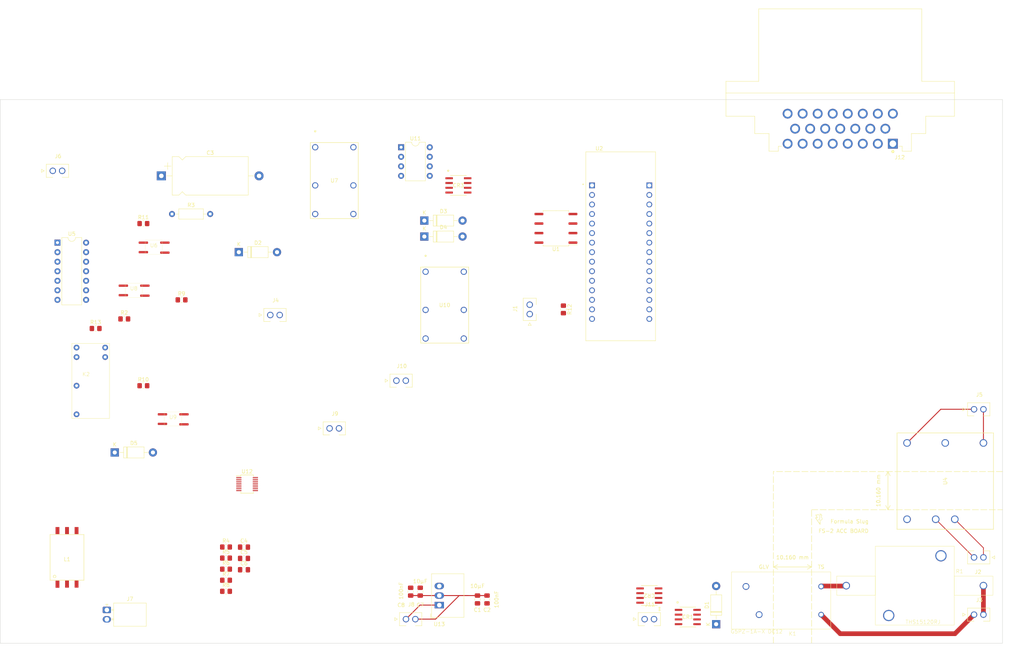
<source format=kicad_pcb>
(kicad_pcb (version 20221018) (generator pcbnew)
  (layers (0 "F.Cu" signal) (31 "B.Cu" signal) (34 "B.Paste" user) (35 "F.Paste" user) (36 "B.SilkS" user "B.Silkscreen") (37 "F.SilkS" user "F.Silkscreen") (38 "B.Mask" user) (39 "F.Mask" user) (44 "Edge.Cuts" user))
  (net 0 "")
  (net 1 "+12V")
  (net 2 "GND")
  (net 3 "+5V")
  (net 4 "Net-(U11-THR)")
  (net 5 "+3.3V")
  (net 6 "/Iso SPI/isoSPI_-")
  (net 7 "Net-(C5-Pad2)")
  (net 8 "Net-(C6-Pad1)")
  (net 11 "/Precharge_Relay")
  (net 12 "Net-(D1-K)")
  (net 18 "/SH_+AIR_IN")
  (net 19 "/Precharge_Control")
  (net 20 "/SH_+AIR_OUT")
  (net 26 "Net-(D3-A)")
  (net 27 "555Out")
  (net 31 "Net-(D2-K)")
  (net 32 "Net-(D3-K)")
  (net 33 "/SH_RESET")
  (net 34 "Net-(D5-K)")
  (net 35 "Net-(U1-CANH)")
  (net 36 "Net-(U1-CANL)")
  (net 37 "/TS+")
  (net 38 "/TS-")
  (net 39 "Net-(J3-Pad1)")
  (net 40 "Net-(J3-Pad2)")
  (net 41 "Net-(U2A-PA3)")
  (net 42 "Net-(U2A-PA1)")
  (net 43 "Net-(J5-Pad1)")
  (net 44 "Net-(J5-Pad2)")
  (net 45 "Net-(J6-Pad1)")
  (net 46 "/BSPD_FAULT")
  (net 47 "/Iso SPI/extIsoSPI_N")
  (net 48 "/Iso SPI/extIsoSPI_P")
  (net 49 "/SH_OUT")
  (net 50 "/SH_IN")
  (net 52 "Net-(K1-Pad1)")
  (net 53 "Net-(K2-Pad3)")
  (net 54 "Net-(K2-Pad4)")
  (net 55 "Net-(L1-Pad1)")
  (net 57 "Net-(L1-Pad3)")
  (net 58 "/Iso SPI/isoSPI_+")
  (net 59 "Net-(U8-K)")
  (net 60 "/Iso SPI/ICMP")
  (net 61 "/Iso SPI/IBIAS")
  (net 62 "Net-(U9-K)")
  (net 63 "Net-(U6-K)")
  (net 64 "/IMD_STATUS")
  (net 65 "/IMD_FAULT")
  (net 66 "Net-(U1-RXD)")
  (net 67 "Net-(U1-TXD)")
  (net 71 "/BMS_FAULT")
  (net 75 "/Iso SPI/STM_MOSI")
  (net 76 "/Iso SPI/STM_MISO")
  (net 83 "/Iso SPI/STM_NSS")
  (net 86 "/Iso SPI/STM_SCK")
  (net 89 "Net-(U8-A)")
  (footprint "Diode_THT:D_DO-41_SOD81_P10.16mm_Horizontal" (layer "F.Cu") (at 203.2 152.4 90)
    (fp_text reference "D1" (at 5.08 -2.47 90) (layer "F.SilkS"))
    (fp_text value "1N4001")
    (fp_text user "K" (at 0 -2.1 90) (layer "F.SilkS"))
    (pad "1" thru_hole rect (at 0 0 90) (size 2.2 2.2) (drill 1.1) (layers "*.Cu" "*.Mask") (net 12 "Net-(D1-K)"))
    (pad "2" thru_hole oval (at 10.16 0 90) (size 2.2 2.2) (drill 1.1) (layers "*.Cu" "*.Mask") (net 2 "GND"))
  )
  (footprint "Resistor_SMD:R_0805_2012Metric_Pad1.20x1.40mm_HandSolder" (layer "F.Cu") (at 72.7925 137.75)
    (fp_text reference "R6" (at 0 -1.65) (layer "F.SilkS"))
    (fp_text value "402")
    (pad "1" smd roundrect (at -1 0) (size 1.2 1.4) (layers "F.Cu" "F.Paste" "F.Mask") (roundrect_rratio 0.208333) (net 58 "/Iso SPI/isoSPI_+"))
    (pad "2" smd roundrect (at 1 0) (size 1.2 1.4) (layers "F.Cu" "F.Paste" "F.Mask") (roundrect_rratio 0.208333) (net 7 "Net-(C5-Pad2)"))
  )
  (footprint "1FS_2_Global_Footprint_Library:MODULE_NUCLEO-L432KC" (layer "F.Cu") (at 177.8 51.775)
    (fp_text reference "U2" (at -5.715 -26.035) (layer "F.SilkS"))
    (fp_text value "NUCLEO-L432KC")
    (pad "CN3_1" thru_hole rect (at -7.62 -16.215) (size 1.53 1.53) (drill 1.02) (layers "*.Cu" "*.Mask"))
    (pad "CN3_2" thru_hole circle (at -7.62 -13.675) (size 1.53 1.53) (drill 1.02) (layers "*.Cu" "*.Mask"))
    (pad "CN3_3" thru_hole circle (at -7.62 -11.135) (size 1.53 1.53) (drill 1.02) (layers "*.Cu" "*.Mask"))
    (pad "CN3_4" thru_hole circle (at -7.62 -8.595) (size 1.53 1.53) (drill 1.02) (layers "*.Cu" "*.Mask") (net 2 "GND"))
    (pad "CN3_5" thru_hole circle (at -7.62 -6.055) (size 1.53 1.53) (drill 1.02) (layers "*.Cu" "*.Mask") (net 67 "Net-(U1-TXD)"))
    (pad "CN3_6" thru_hole circle (at -7.62 -3.515) (size 1.53 1.53) (drill 1.02) (layers "*.Cu" "*.Mask") (net 64 "/IMD_STATUS"))
    (pad "CN3_7" thru_hole circle (at -7.62 -0.975) (size 1.53 1.53) (drill 1.02) (layers "*.Cu" "*.Mask") (net 71 "/BMS_FAULT"))
    (pad "CN3_8" thru_hole circle (at -7.62 1.565) (size 1.53 1.53) (drill 1.02) (layers "*.Cu" "*.Mask") (net 11 "/Precharge_Relay"))
    (pad "CN3_9" thru_hole circle (at -7.62 4.105) (size 1.53 1.53) (drill 1.02) (layers "*.Cu" "*.Mask") (net 19 "/Precharge_Control"))
    (pad "CN3_10" thru_hole circle (at -7.62 6.645) (size 1.53 1.53) (drill 1.02) (layers "*.Cu" "*.Mask"))
    (pad "CN3_11" thru_hole circle (at -7.62 9.185) (size 1.53 1.53) (drill 1.02) (layers "*.Cu" "*.Mask"))
    (pad "CN3_12" thru_hole circle (at -7.62 11.725) (size 1.53 1.53) (drill 1.02) (layers "*.Cu" "*.Mask"))
    (pad "CN3_13" thru_hole circle (at -7.62 14.265) (size 1.53 1.53) (drill 1.02) (layers "*.Cu" "*.Mask") (net 66 "Net-(U1-RXD)"))
    (pad "CN3_14" thru_hole circle (at -7.62 16.805) (size 1.53 1.53) (drill 1.02) (layers "*.Cu" "*.Mask") (net 75 "/Iso SPI/STM_MOSI"))
    (pad "CN3_15" thru_hole circle (at -7.62 19.345) (size 1.53 1.53) (drill 1.02) (layers "*.Cu" "*.Mask") (net 76 "/Iso SPI/STM_MISO"))
    (pad "CN4_1" thru_hole rect (at 7.62 -16.215) (size 1.53 1.53) (drill 1.02) (layers "*.Cu" "*.Mask"))
    (pad "CN4_2" thru_hole circle (at 7.62 -13.675) (size 1.53 1.53) (drill 1.02) (layers "*.Cu" "*.Mask") (net 2 "GND"))
    (pad "CN4_3" thru_hole circle (at 7.62 -11.135) (size 1.53 1.53) (drill 1.02) (layers "*.Cu" "*.Mask"))
    (pad "CN4_4" thru_hole circle (at 7.62 -8.595) (size 1.53 1.53) (drill 1.02) (layers "*.Cu" "*.Mask") (net 3 "+5V"))
    (pad "CN4_5" thru_hole circle (at 7.62 -6.055) (size 1.53 1.53) (drill 1.02) (layers "*.Cu" "*.Mask"))
    (pad "CN4_6" thru_hole circle (at 7.62 -3.515) (size 1.53 1.53) (drill 1.02) (layers "*.Cu" "*.Mask"))
    (pad "CN4_7" thru_hole circle (at 7.62 -0.975) (size 1.53 1.53) (drill 1.02) (layers "*.Cu" "*.Mask"))
    (pad "CN4_8" thru_hole circle (at 7.62 1.565) (size 1.53 1.53) (drill 1.02) (layers "*.Cu" "*.Mask"))
    (pad "CN4_9" thru_hole circle (at 7.62 4.105) (size 1.53 1.53) (drill 1.02) (layers "*.Cu" "*.Mask") (net 83 "/Iso SPI/STM_NSS"))
    (pad "CN4_10" thru_hole circle (at 7.62 6.645) (size 1.53 1.53) (drill 1.02) (layers "*.Cu" "*.Mask") (net 41 "Net-(U2A-PA3)"))
    (pad "CN4_11" thru_hole circle (at 7.62 9.185) (size 1.53 1.53) (drill 1.02) (layers "*.Cu" "*.Mask") (net 42 "Net-(U2A-PA1)"))
    (pad "CN4_12" thru_hole circle (at 7.62 11.725) (size 1.53 1.53) (drill 1.02) (layers "*.Cu" "*.Mask"))
    (pad "CN4_13" thru_hole circle (at 7.62 14.265) (size 1.53 1.53) (drill 1.02) (layers "*.Cu" "*.Mask"))
    (pad "CN4_14" thru_hole circle (at 7.62 16.805) (size 1.53 1.53) (drill 1.02) (layers "*.Cu" "*.Mask") (net 5 "+3.3V"))
    (pad "CN4_15" thru_hole circle (at 7.62 19.345) (size 1.53 1.53) (drill 1.02) (layers "*.Cu" "*.Mask") (net 86 "/Iso SPI/STM_SCK"))
  )
  (footprint "Resistor_SMD:R_0805_2012Metric_Pad1.20x1.40mm_HandSolder" (layer "F.Cu") (at 72.7925 131.85)
    (fp_text reference "R4" (at 0 -1.65) (layer "F.SilkS"))
    (fp_text value "1.5k")
    (pad "1" smd roundrect (at -1 0) (size 1.2 1.4) (layers "F.Cu" "F.Paste" "F.Mask") (roundrect_rratio 0.208333) (net 60 "/Iso SPI/ICMP"))
    (pad "2" smd roundrect (at 1 0) (size 1.2 1.4) (layers "F.Cu" "F.Paste" "F.Mask") (roundrect_rratio 0.208333) (net 61 "/Iso SPI/IBIAS"))
  )
  (footprint "1FS_2_Global_Footprint_Library:OptoCoupler 6-SOP" (layer "F.Cu") (at 58.663 97.76)
    (fp_text reference "U9" (at 0 -0.5 unlocked) (layer "F.SilkS") (effects (font (thickness 0.1))))
    (fp_text value "NSL-32")
    (pad "1" smd roundrect (at -2.783 -1.24) (size 2.5 0.6) (layers "F.Cu" "F.Paste" "F.Mask") (net 65 "/IMD_FAULT"))
    (pad "2" smd roundrect (at -2.783 1.3) (size 2.5 0.6) (layers "F.Cu" "F.Paste" "F.Mask") (net 62 "Net-(U9-K)"))
    (pad "3" smd roundrect (at 2.932 1.427) (size 2.5 0.6) (layers "F.Cu" "F.Paste" "F.Mask") (net 34 "Net-(D5-K)"))
    (pad "4" smd roundrect (at 2.932 -1.24) (size 2.5 0.6) (layers "F.Cu" "F.Paste" "F.Mask") (net 1 "+12V"))
  )
  (footprint "1FS_2_Global_Footprint_Library:FORMULA SLUG" (layer "F.Cu") (at 233.68 124.46)
    (fp_text reference "G***" hide)
    (fp_text value "LOGO" hide)
  )
  (footprint "1FS_2_Global_Footprint_Library:MOLEX_1053091202" (layer "F.Cu") (at 118.13 87.56)
    (fp_text reference "J10" (at 1.425 -3.885) (layer "F.SilkS"))
    (fp_text value "1053091202")
    (pad "" np_thru_hole circle (at 1.25 1.34) (size 1.3 1.3) (drill 1.3) (layers "*.Cu" "*.Mask"))
    (pad "1" thru_hole circle (at 0 0) (size 1.7 1.7) (drill 1.2) (layers "*.Cu"))
    (pad "2" thru_hole circle (at 2.5 0) (size 1.7 1.7) (drill 1.2) (layers "*.Cu") (net 33 "/SH_RESET"))
  )
  (footprint "Resistor_SMD:R_0805_2012Metric_Pad1.20x1.40mm_HandSolder" (layer "F.Cu") (at 60.96 66.04)
    (fp_text reference "R9" (at 0 -1.65) (layer "F.SilkS"))
    (fp_text value "480")
    (pad "1" smd roundrect (at -1 0) (size 1.2 1.4) (layers "F.Cu" "F.Paste" "F.Mask") (roundrect_rratio 0.208333) (net 2 "GND"))
    (pad "2" smd roundrect (at 1 0) (size 1.2 1.4) (layers "F.Cu" "F.Paste" "F.Mask") (roundrect_rratio 0.208333) (net 62 "Net-(U9-K)"))
  )
  (footprint "1FS_2_Global_Footprint_Library:MOLEX_1053091202" (layer "F.Cu") (at 184.17 151.06)
    (fp_text reference "J11" (at 1.425 -3.885) (layer "F.SilkS"))
    (fp_text value "1053091202")
    (pad "" np_thru_hole circle (at 1.25 1.34) (size 1.3 1.3) (drill 1.3) (layers "*.Cu" "*.Mask"))
    (pad "1" thru_hole circle (at 0 0) (size 1.7 1.7) (drill 1.2) (layers "*.Cu") (net 20 "/SH_+AIR_OUT"))
    (pad "2" thru_hole circle (at 2.5 0) (size 1.7 1.7) (drill 1.2) (layers "*.Cu") (net 18 "/SH_+AIR_IN"))
  )
  (footprint "Capacitor_SMD:C_0805_2012Metric_Pad1.18x1.45mm_HandSolder" (layer "F.Cu") (at 77.5725 131.88)
    (fp_text reference "C4" (at 0 -1.68) (layer "F.SilkS"))
    (fp_text value "10nF")
    (pad "1" smd roundrect (at -1.0375 0) (size 1.175 1.45) (layers "F.Cu" "F.Paste" "F.Mask") (roundrect_rratio 0.212766) (net 5 "+3.3V"))
    (pad "2" smd roundrect (at 1.0375 0) (size 1.175 1.45) (layers "F.Cu" "F.Paste" "F.Mask") (roundrect_rratio 0.212766) (net 2 "GND"))
  )
  (footprint "1FS_2_Global_Footprint_Library:MOLEX_1053091202" (layer "F.Cu") (at 271.82 149.86)
    (fp_text reference "J3" (at 1.425 -3.885) (layer "F.SilkS"))
    (fp_text value "1053091202")
    (pad "" np_thru_hole circle (at 1.25 1.34) (size 1.3 1.3) (drill 1.3) (layers "*.Cu" "*.Mask"))
    (pad "1" thru_hole circle (at 0 0) (size 1.7 1.7) (drill 1.2) (layers "*.Cu") (net 39 "Net-(J3-Pad1)"))
    (pad "2" thru_hole circle (at 2.5 0) (size 1.7 1.7) (drill 1.2) (layers "*.Cu") (net 40 "Net-(J3-Pad2)"))
  )
  (footprint "Diode_THT:D_DO-41_SOD81_P10.16mm_Horizontal" (layer "F.Cu") (at 76.2 53.34)
    (fp_text reference "D2" (at 5.08 -2.47) (layer "F.SilkS"))
    (fp_text value "D")
    (fp_text user "K" (at 0 -2.1) (layer "F.SilkS"))
    (pad "1" thru_hole rect (at 0 0) (size 2.2 2.2) (drill 1.1) (layers "*.Cu" "*.Mask") (net 31 "Net-(D2-K)"))
    (pad "2" thru_hole oval (at 10.16 0) (size 2.2 2.2) (drill 1.1) (layers "*.Cu" "*.Mask") (net 2 "GND"))
  )
  (footprint "1FS_2_Global_Footprint_Library:MOLEX_1053091202" (layer "F.Cu") (at 26.69 31.68)
    (fp_text reference "J6" (at 1.425 -3.885) (layer "F.SilkS"))
    (fp_text value "1053091202")
    (pad "" np_thru_hole circle (at 1.25 1.34) (size 1.3 1.3) (drill 1.3) (layers "*.Cu" "*.Mask"))
    (pad "1" thru_hole circle (at 0 0) (size 1.7 1.7) (drill 1.2) (layers "*.Cu") (net 45 "Net-(J6-Pad1)"))
    (pad "2" thru_hole circle (at 2.5 0) (size 1.7 1.7) (drill 1.2) (layers "*.Cu") (net 46 "/BSPD_FAULT"))
  )
  (footprint "1FS_2_Global_Footprint_Library:MOLEX_1053091202" (layer "F.Cu") (at 100.35 100.26)
    (fp_text reference "J9" (at 1.425 -3.885) (layer "F.SilkS"))
    (fp_text value "1053091202")
    (pad "" np_thru_hole circle (at 1.25 1.34) (size 1.3 1.3) (drill 1.3) (layers "*.Cu" "*.Mask"))
    (pad "1" thru_hole circle (at 0 0) (size 1.7 1.7) (drill 1.2) (layers "*.Cu") (net 49 "/SH_OUT"))
    (pad "2" thru_hole circle (at 2.5 0) (size 1.7 1.7) (drill 1.2) (layers "*.Cu") (net 50 "/SH_IN"))
  )
  (footprint "1FS_2_Global_Footprint_Library:MOLEX_1053091202" (layer "F.Cu") (at 271.82 95.18)
    (fp_text reference "J5" (at 1.425 -3.885) (layer "F.SilkS"))
    (fp_text value "1053091202")
    (pad "" np_thru_hole circle (at 1.25 1.34) (size 1.3 1.3) (drill 1.3) (layers "*.Cu" "*.Mask"))
    (pad "1" thru_hole circle (at 0 0) (size 1.7 1.7) (drill 1.2) (layers "*.Cu") (net 43 "Net-(J5-Pad1)"))
    (pad "2" thru_hole circle (at 2.5 0) (size 1.7 1.7) (drill 1.2) (layers "*.Cu") (net 44 "Net-(J5-Pad2)"))
  )
  (footprint "1FS_2_Global_Footprint_Library:SO-8_STM" (layer "F.Cu") (at 185.42 144.78 180)
    (fp_text reference "CR2" (at 0 0 180 unlocked) (layer "F.SilkS"))
    (fp_text value "STS6NF20V")
    (fp_text user "*" (at -2.7178 -3.5814 180 unlocked) (layer "F.SilkS"))
    (fp_text user "*" (at -2.7178 -3.5814) (layer "F.SilkS"))
    (pad "1" smd rect (at -2.4638 -1.905 180) (size 1.9812 0.5334) (layers "F.Cu" "F.Paste" "F.Mask"))
    (pad "2" smd rect (at -2.4638 -0.635 180) (size 1.9812 0.5334) (layers "F.Cu" "F.Paste" "F.Mask"))
    (pad "3" smd rect (at -2.4638 0.635 180) (size 1.9812 0.5334) (layers "F.Cu" "F.Paste" "F.Mask") (net 18 "/SH_+AIR_IN"))
    (pad "4" smd rect (at -2.4638 1.905 180) (size 1.9812 0.5334) (layers "F.Cu" "F.Paste" "F.Mask") (net 19 "/Precharge_Control"))
    (pad "5" smd rect (at 2.4638 1.905 180) (size 1.9812 0.5334) (layers "F.Cu" "F.Paste" "F.Mask") (net 20 "/SH_+AIR_OUT"))
    (pad "6" smd rect (at 2.4638 0.635 180) (size 1.9812 0.5334) (layers "F.Cu" "F.Paste" "F.Mask"))
    (pad "7" smd rect (at 2.4638 -0.635 180) (size 1.9812 0.5334) (layers "F.Cu" "F.Paste" "F.Mask"))
    (pad "8" smd rect (at 2.4638 -1.905 180) (size 1.9812 0.5334) (layers "F.Cu" "F.Paste" "F.Mask"))
  )
  (footprint "1FS_2_Global_Footprint_Library:SO-8_STM" (layer "F.Cu") (at 195.6562 150.495)
    (fp_text reference "CR1" (at 0 0 unlocked) (layer "F.SilkS"))
    (fp_text value "STS6NF20V")
    (fp_text user "*" (at -2.7178 -3.5814 unlocked) (layer "F.SilkS"))
    (fp_text user "*" (at -2.7178 -3.5814) (layer "F.SilkS"))
    (pad "1" smd rect (at -2.4638 -1.905) (size 1.9812 0.5334) (layers "F.Cu" "F.Paste" "F.Mask"))
    (pad "2" smd rect (at -2.4638 -0.635) (size 1.9812 0.5334) (layers "F.Cu" "F.Paste" "F.Mask"))
    (pad "3" smd rect (at -2.4638 0.635) (size 1.9812 0.5334) (layers "F.Cu" "F.Paste" "F.Mask") (net 1 "+12V"))
    (pad "4" smd rect (at -2.4638 1.905) (size 1.9812 0.5334) (layers "F.Cu" "F.Paste" "F.Mask") (net 11 "/Precharge_Relay"))
    (pad "5" smd rect (at 2.4638 1.905) (size 1.9812 0.5334) (layers "F.Cu" "F.Paste" "F.Mask") (net 12 "Net-(D1-K)"))
    (pad "6" smd rect (at 2.4638 0.635) (size 1.9812 0.5334) (layers "F.Cu" "F.Paste" "F.Mask"))
    (pad "7" smd rect (at 2.4638 -0.635) (size 1.9812 0.5334) (layers "F.Cu" "F.Paste" "F.Mask"))
    (pad "8" smd rect (at 2.4638 -1.905) (size 1.9812 0.5334) (layers "F.Cu" "F.Paste" "F.Mask"))
  )
  (footprint "1FS_2_Global_Footprint_Library:MOLEX_1053091202" (layer "F.Cu") (at 120.67 151.06)
    (fp_text reference "J8" (at 1.425 -3.885) (layer "F.SilkS"))
    (fp_text value "1053091202")
    (pad "" np_thru_hole circle (at 1.25 1.34) (size 1.3 1.3) (drill 1.3) (layers "*.Cu" "*.Mask"))
    (pad "1" thru_hole circle (at 0 0) (size 1.7 1.7) (drill 1.2) (layers "*.Cu") (net 1 "+12V"))
    (pad "2" thru_hole circle (at 2.5 0) (size 1.7 1.7) (drill 1.2) (layers "*.Cu") (net 2 "GND"))
  )
  (footprint "Capacitor_SMD:C_0805_2012Metric_Pad1.18x1.45mm_HandSolder" (layer "F.Cu") (at 77.5725 134.89)
    (fp_text reference "C5" (at 0 -1.68) (layer "F.SilkS"))
    (fp_text value "15pF")
    (pad "1" smd roundrect (at -1.0375 0) (size 1.175 1.45) (layers "F.Cu" "F.Paste" "F.Mask") (roundrect_rratio 0.212766) (net 6 "/Iso SPI/isoSPI_-"))
    (pad "2" smd roundrect (at 1.0375 0) (size 1.175 1.45) (layers "F.Cu" "F.Paste" "F.Mask") (roundrect_rratio 0.212766) (net 7 "Net-(C5-Pad2)"))
  )
  (footprint "Resistor_SMD:R_0805_2012Metric_Pad1.20x1.40mm_HandSolder" (layer "F.Cu") (at 50.8 45.72)
    (fp_text reference "R11" (at 0 -1.65) (layer "F.SilkS"))
    (fp_text value "1.6K")
    (pad "1" smd roundrect (at -1 0) (size 1.2 1.4) (layers "F.Cu" "F.Paste" "F.Mask") (roundrect_rratio 0.208333) (net 64 "/IMD_STATUS"))
    (pad "2" smd roundrect (at 1 0) (size 1.2 1.4) (layers "F.Cu" "F.Paste" "F.Mask") (roundrect_rratio 0.208333) (net 45 "Net-(J6-Pad1)"))
  )
  (footprint "Package_DIP:DIP-8_W7.62mm" (layer "F.Cu") (at 119.38 25.4)
    (fp_text reference "U11" (at 3.81 -2.33) (layer "F.SilkS"))
    (fp_text value "LM555N")
    (pad "1" thru_hole rect (at 0 0) (size 1.6 1.6) (drill 0.8) (layers "*.Cu" "*.Mask") (net 2 "GND"))
    (pad "2" thru_hole oval (at 0 2.54) (size 1.6 1.6) (drill 0.8) (layers "*.Cu" "*.Mask") (net 4 "Net-(U11-THR)"))
    (pad "3" thru_hole oval (at 0 5.08) (size 1.6 1.6) (drill 0.8) (layers "*.Cu" "*.Mask") (net 27 "555Out"))
    (pad "4" thru_hole oval (at 0 7.62) (size 1.6 1.6) (drill 0.8) (layers "*.Cu" "*.Mask") (net 3 "+5V"))
    (pad "5" thru_hole oval (at 7.62 7.62) (size 1.6 1.6) (drill 0.8) (layers "*.Cu" "*.Mask"))
    (pad "6" thru_hole oval (at 7.62 5.08) (size 1.6 1.6) (drill 0.8) (layers "*.Cu" "*.Mask") (net 4 "Net-(U11-THR)"))
    (pad "7" thru_hole oval (at 7.62 2.54) (size 1.6 1.6) (drill 0.8) (layers "*.Cu" "*.Mask"))
    (pad "8" thru_hole oval (at 7.62 0) (size 1.6 1.6) (drill 0.8) (layers "*.Cu" "*.Mask") (net 3 "+5V"))
  )
  (footprint "Resistor_SMD:R_0805_2012Metric_Pad1.20x1.40mm_HandSolder" (layer "F.Cu") (at 45.72 71.12)
    (fp_text reference "R2" (at 0 -1.65) (layer "F.SilkS"))
    (fp_text value "480")
    (pad "1" smd roundrect (at -1 0) (size 1.2 1.4) (layers "F.Cu" "F.Paste" "F.Mask") (roundrect_rratio 0.208333) (net 2 "GND"))
    (pad "2" smd roundrect (at 1 0) (size 1.2 1.4) (layers "F.Cu" "F.Paste" "F.Mask") (roundrect_rratio 0.208333) (net 59 "Net-(U8-K)"))
  )
  (footprint "1FS_2_Global_Footprint_Library:MOLEX_1053091202" (layer "F.Cu") (at 153.6 69.83 90)
    (fp_text reference "J1" (at 1.425 -3.885 90) (layer "F.SilkS"))
    (fp_text value "1053091202")
    (pad "" np_thru_hole circle (at 1.25 1.34 90) (size 1.3 1.3) (drill 1.3) (layers "*.Cu" "*.Mask"))
    (pad "1" thru_hole circle (at 0 0 90) (size 1.7 1.7) (drill 1.2) (layers "*.Cu") (net 35 "Net-(U1-CANH)"))
    (pad "2" thru_hole circle (at 2.5 0 90) (size 1.7 1.7) (drill 1.2) (layers "*.Cu") (net 36 "Net-(U1-CANL)"))
  )
  (footprint "Resistor_SMD:R_0805_2012Metric_Pad1.20x1.40mm_HandSolder" (layer "F.Cu") (at 72.7925 143.65)
    (fp_text reference "R8" (at 0 -1.65) (layer "F.SilkS"))
    (fp_text value "22")
    (pad "1" smd roundrect (at -1 0) (size 1.2 1.4) (layers "F.Cu" "F.Paste" "F.Mask") (roundrect_rratio 0.208333) (net 47 "/Iso SPI/extIsoSPI_N"))
    (pad "2" smd roundrect (at 1 0) (size 1.2 1.4) (layers "F.Cu" "F.Paste" "F.Mask") (roundrect_rratio 0.208333) (net 55 "Net-(L1-Pad1)"))
  )
  (footprint "Resistor_SMD:R_0805_2012Metric_Pad1.20x1.40mm_HandSolder" (layer "F.Cu") (at 38.1 73.66)
    (fp_text reference "R13" (at 0 -1.65) (layer "F.SilkS"))
    (fp_text value "470")
    (pad "1" smd roundrect (at -1 0) (size 1.2 1.4) (layers "F.Cu" "F.Paste" "F.Mask") (roundrect_rratio 0.208333) (net 65 "/IMD_FAULT"))
    (pad "2" smd roundrect (at 1 0) (size 1.2 1.4) (layers "F.Cu" "F.Paste" "F.Mask") (roundrect_rratio 0.208333) (net 64 "/IMD_STATUS"))
  )
  (footprint "1FS_2_Global_Footprint_Library:MOLEX_1053091202" (layer "F.Cu") (at 274.32 134.62 180)
    (fp_text reference "J2" (at 1.425 -3.885) (layer "F.SilkS"))
    (fp_text value "1053091202")
    (pad "" np_thru_hole circle (at 1.25 1.34 180) (size 1.3 1.3) (drill 1.3) (layers "*.Cu" "*.Mask"))
    (pad "1" thru_hole circle (at 0 0 180) (size 1.7 1.7) (drill 1.2) (layers "*.Cu") (net 37 "/TS+"))
    (pad "2" thru_hole circle (at 2.5 0 180) (size 1.7 1.7) (drill 1.2) (layers "*.Cu") (net 38 "/TS-"))
  )
  (footprint "Capacitor_SMD:C_0805_2012Metric_Pad1.18x1.45mm_HandSolder" (layer "F.Cu") (at 124.46 143.7425 -90)
    (fp_text reference "C7" (at 3.5775 0) (layer "F.SilkS"))
    (fp_text value "10µF" (at -2.7725 0 -180) (layer "F.SilkS"))
    (pad "1" smd roundrect (at -1.0375 0 270) (size 1.175 1.45) (layers "F.Cu" "F.Paste" "F.Mask") (roundrect_rratio 0.212766) (net 3 "+5V"))
    (pad "2" smd roundrect (at 1.0375 0 270) (size 1.175 1.45) (layers "F.Cu" "F.Paste" "F.Mask") (roundrect_rratio 0.212766) (net 2 "GND"))
  )
  (footprint "1FS_2_Global_Footprint_Library:THS15120RJ" (layer "F.Cu") (at 266.57 152.64 180)
    (fp_text reference "R1" (at -1.4 14.31 unlocked) (layer "F.SilkS") (effects (font (thickness 0.1))))
    (fp_text value "120")
    (fp_text user "THS15120RJ" (at 13.04 0.24 unlocked) (layer "F.SilkS") (effects (font (thickness 0.1)) (justify left bottom)))
    (pad "" np_thru_hole circle (at 3.55 18.45 180) (size 3 3) (drill 2.4) (layers "F&B.Cu" "*.Mask"))
    (pad "" np_thru_hole circle (at 17.45 2.55 180) (size 3 3) (drill 2.4) (layers "F&B.Cu" "*.Mask"))
    (pad "+" thru_hole circle (at -7.75 10.5 180) (size 2 2) (drill 1.5) (layers "*.Cu" "*.Mask") (net 40 "Net-(J3-Pad2)"))
    (pad "-" thru_hole circle (at 28.75 10.5 180) (size 2 2) (drill 1.5) (layers "*.Cu" "*.Mask") (net 52 "Net-(K1-Pad1)"))
  )
  (footprint "Diode_THT:D_DO-41_SOD81_P10.16mm_Horizontal" (layer "F.Cu") (at 43.18 106.68)
    (fp_text reference "D5" (at 5.08 -2.47) (layer "F.SilkS"))
    (fp_text value "D")
    (fp_text user "K" (at 0 -2.1) (layer "F.SilkS"))
    (pad "1" thru_hole rect (at 0 0) (size 2.2 2.2) (drill 1.1) (layers "*.Cu" "*.Mask") (net 34 "Net-(D5-K)"))
    (pad "2" thru_hole oval (at 10.16 0) (size 2.2 2.2) (drill 1.1) (layers "*.Cu" "*.Mask") (net 2 "GND"))
  )
  (footprint "Resistor_THT:R_Axial_DIN0207_L6.3mm_D2.5mm_P10.16mm_Horizontal" (layer "F.Cu") (at 58.42 43.18)
    (fp_text reference "R3" (at 5.08 -2.37) (layer "F.SilkS"))
    (fp_text value "2.4M")
    (pad "1" thru_hole circle (at 0 0) (size 1.6 1.6) (drill 0.8) (layers "*.Cu" "*.Mask") (net 4 "Net-(U11-THR)"))
    (pad "2" thru_hole oval (at 10.16 0) (size 1.6 1.6) (drill 0.8) (layers "*.Cu" "*.Mask") (net 2 "GND"))
  )
  (footprint "1FS_2_Global_Footprint_Library:HM2113ZNL" (layer "F.Cu") (at 30.48 134.62)
    (fp_text reference "L1" (at 0 0.5) (layer "F.SilkS"))
    (fp_text value "HM2113ZNL")
    (pad "1" smd rect (at -2.54 7.145) (size 1.02 1.89) (layers "F.Cu" "F.Paste" "F.Mask") (net 55 "Net-(L1-Pad1)"))
    (pad "2" smd rect (at 0 7.112) (size 1.02 1.89) (layers "F.Cu" "F.Paste" "F.Mask"))
    (pad "3" smd rect (at 2.54 7.112) (size 1.02 1.89) (layers "F.Cu" "F.Paste" "F.Mask") (net 57 "Net-(L1-Pad3)"))
    (pad "4" smd rect (at 2.54 -7.145) (size 1.02 1.89) (layers "F.Cu" "F.Paste" "F.Mask") (net 58 "/Iso SPI/isoSPI_+"))
    (pad "5" smd rect (at 0 -7.145) (size 1.02 1.89) (layers "F.Cu" "F.Paste" "F.Mask") (net 8 "Net-(C6-Pad1)"))
    (pad "6" smd rect (at -2.54 -7.145) (size 1.02 1.89) (layers "F.Cu" "F.Paste" "F.Mask") (net 6 "/Iso SPI/isoSPI_-"))
  )
  (footprint "Capacitor_SMD:C_0805_2012Metric_Pad1.18x1.45mm_HandSolder" (layer "F.Cu") (at 121.92 143.7425 -90)
    (fp_text reference "C8" (at 3.5775 2.54 -180) (layer "F.SilkS"))
    (fp_text value "100nF" (at -0.2325 2.54 -90) (layer "F.SilkS"))
    (pad "1" smd roundrect (at -1.0375 0 270) (size 1.175 1.45) (layers "F.Cu" "F.Paste" "F.Mask") (roundrect_rratio 0.212766) (net 3 "+5V"))
    (pad "2" smd roundrect (at 1.0375 0 270) (size 1.175 1.45) (layers "F.Cu" "F.Paste" "F.Mask") (roundrect_rratio 0.212766) (net 2 "GND"))
  )
  (footprint "Package_SO:SOP-8_6.62x9.15mm_P2.54mm" (layer "F.Cu") (at 160.575 46.99 180)
    (fp_text reference "U1" (at 0 -5.52) (layer "F.SilkS"))
    (fp_text value "ISO1050DUB")
    (pad "1" smd roundrect (at -4.525 -3.81 180) (size 2.35 0.65) (layers "F.Cu" "F.Paste" "F.Mask") (net 5 "+3.3V"))
    (pad "2" smd roundrect (at -4.525 -1.27 180) (size 2.35 0.65) (layers "F.Cu" "F.Paste" "F.Mask") (net 66 "Net-(U1-RXD)"))
    (pad "3" smd roundrect (at -4.525 1.27 180) (size 2.35 0.65) (layers "F.Cu" "F.Paste" "F.Mask") (net 67 "Net-(U1-TXD)"))
    (pad "4" smd roundrect (at -4.525 3.81 180) (size 2.35 0.65) (layers "F.Cu" "F.Paste" "F.Mask") (net 2 "GND"))
    (pad "5" smd roundrect (at 4.525 3.81 180) (size 2.35 0.65) (layers "F.Cu" "F.Paste" "F.Mask") (net 2 "GND"))
    (pad "6" smd roundrect (at 4.525 1.27 180) (size 2.35 0.65) (layers "F.Cu" "F.Paste" "F.Mask") (net 36 "Net-(U1-CANL)"))
    (pad "7" smd roundrect (at 4.525 -1.27 180) (size 2.35 0.65) (layers "F.Cu" "F.Paste" "F.Mask") (net 35 "Net-(U1-CANH)"))
    (pad "8" smd roundrect (at 4.525 -3.81 180) (size 2.35 0.65) (layers "F.Cu" "F.Paste" "F.Mask") (net 3 "+5V"))
  )
  (footprint "1FS_2_Global_Footprint_Library:MOLEX_1053091202" (layer "F.Cu") (at 84.571 70.07)
    (fp_text reference "J4" (at 1.425 -3.885) (layer "F.SilkS"))
    (fp_text value "1053091202")
    (pad "" np_thru_hole circle (at 1.25 1.34) (size 1.3 1.3) (drill 1.3) (layers "*.Cu" "*.Mask"))
    (pad "1" thru_hole circle (at 0 0) (size 1.7 1.7) (drill 1.2) (layers "*.Cu") (net 41 "Net-(U2A-PA3)"))
    (pad "2" thru_hole circle (at 2.5 0) (size 1.7 1.7) (drill 1.2) (layers "*.Cu") (net 42 "Net-(U2A-PA1)"))
  )
  (footprint "Resistor_SMD:R_0805_2012Metric_Pad1.20x1.40mm_HandSolder" (layer "F.Cu") (at 162.56 68.58 -90)
    (fp_text reference "R12" (at 0 -1.65 90) (layer "F.SilkS"))
    (fp_text value "120")
    (pad "1" smd roundrect (at -1 0 270) (size 1.2 1.4) (layers "F.Cu" "F.Paste" "F.Mask") (roundrect_rratio 0.208333) (net 36 "Net-(U1-CANL)"))
    (pad "2" smd roundrect (at 1 0 270) (size 1.2 1.4) (layers "F.Cu" "F.Paste" "F.Mask") (roundrect_rratio 0.208333) (net 35 "Net-(U1-CANH)"))
  )
  (footprint "1FS_2_Global_Footprint_Library:G5PZ-1A-X DC12" (layer "F.Cu") (at 233.68 153.7 180)
    (fp_text reference "K1" (at 10.16 -1.24 unlocked) (layer "F.SilkS") (effects (font (thickness 0.1))))
    (fp_text value "Relay_SPST-NO")
    (fp_text user "G5PZ-1A-X DC12" (at 26.67 -1.24 unlocked) (layer "F.SilkS") (effects (font (thickness 0.1)) (justify left bottom)))
    (pad "1" thru_hole circle (at 2.54 11.34 180) (size 1.5 1.5) (drill 1) (layers "*.Cu" "*.Mask") (net 52 "Net-(K1-Pad1)"))
    (pad "2" thru_hole circle (at 22.54 11.34 180) (size 1.8 1.8) (drill 1.3) (layers "*.Cu" "*.Mask") (net 2 "GND"))
    (pad "3" thru_hole circle (at 19.04 3.84 180) (size 1.8 1.8) (drill 1.3) (layers "*.Cu" "*.Mask") (net 12 "Net-(D1-K)"))
    (pad "4" thru_hole circle (at 2.54 3.84 180) (size 1.5 1.5) (drill 1) (layers "*.Cu" "*.Mask") (net 39 "Net-(J3-Pad1)"))
  )
  (footprint "Capacitor_SMD:C_0805_2012Metric_Pad1.18x1.45mm_HandSolder" (layer "F.Cu") (at 139.7 145.8175 90)
    (fp_text reference "C1" (at -2.7725 0) (layer "F.SilkS"))
    (fp_text value "10µF" (at 3.5775 0) (layer "F.SilkS"))
    (pad "1" smd roundrect (at -1.0375 0 90) (size 1.175 1.45) (layers "F.Cu" "F.Paste" "F.Mask") (roundrect_rratio 0.212766) (net 1 "+12V"))
    (pad "2" smd roundrect (at 1.0375 0 90) (size 1.175 1.45) (layers "F.Cu" "F.Paste" "F.Mask") (roundrect_rratio 0.212766) (net 2 "GND"))
  )
  (footprint "Capacitor_SMD:C_0805_2012Metric_Pad1.18x1.45mm_HandSolder" (layer "F.Cu") (at 142.24 145.8175 90)
    (fp_text reference "C2" (at -2.7725 0) (layer "F.SilkS"))
    (fp_text value "100nF" (at 0 2.54 90) (layer "F.SilkS"))
    (pad "1" smd roundrect (at -1.0375 0 90) (size 1.175 1.45) (layers "F.Cu" "F.Paste" "F.Mask") (roundrect_rratio 0.212766) (net 1 "+12V"))
    (pad "2" smd roundrect (at 1.0375 0 90) (size 1.175 1.45) (layers "F.Cu" "F.Paste" "F.Mask") (roundrect_rratio 0.212766) (net 2 "GND"))
  )
  (footprint "Converter_DCDC:Converter_DCDC_RECOM_R-78B-2.0_THT" (layer "F.Cu") (at 129.54 147.32 90)
    (fp_text reference "U13" (at -5.08 0 180) (layer "F.SilkS"))
    (fp_text value "R-78B5.0-2.0")
    (pad "1" thru_hole rect (at 0 0 90) (size 1.7 2.5) (drill 1.2) (layers "*.Cu" "*.Mask") (net 1 "+12V"))
    (pad "2" thru_hole oval (at 2.54 0 90) (size 1.7 2.5) (drill 1.2) (layers "*.Cu" "*.Mask") (net 2 "GND"))
    (pad "3" thru_hole oval (at 5.08 0 90) (size 1.7 2.5) (drill 1.2) (layers "*.Cu" "*.Mask") (net 3 "+5V"))
  )
  (footprint "Capacitor_THT:CP_Axial_L20.0mm_D10.0mm_P26.00mm_Horizontal" (layer "F.Cu") (at 55.58 33.02)
    (fp_text reference "C3" (at 13 -6.12) (layer "F.SilkS"))
    (fp_text value "C_Polarized 1uF")
    (pad "1" thru_hole rect (at 0 0) (size 2.4 2.4) (drill 1.2) (layers "*.Cu" "*.Mask") (net 3 "+5V"))
    (pad "2" thru_hole oval (at 26 0) (size 2.4 2.4) (drill 1.2) (layers "*.Cu" "*.Mask") (net 4 "Net-(U11-THR)"))
  )
  (footprint "1FS_2_Global_Footprint_Library:PQDE6W-Q110-S5-H-D_CUI" (layer "F.Cu") (at 254 124.46 90)
    (fp_text reference "U4" (at 10.16 10.16 90 unlocked) (layer "F.SilkS"))
    (fp_text value "PQDE6W-Q110-S5-H-D")
    (pad "1" thru_hole circle (at 0 0 90) (size 2.0066 2.0066) (drill 1.4986) (layers "*.Cu" "*.Mask"))
    (pad "2" thru_hole circle (at 0 7.62 90) (size 2.0066 2.0066) (drill 1.4986) (layers "*.Cu" "*.Mask") (net 38 "/TS-"))
    (pad "3" thru_hole circle (at 0 12.7 90) (size 2.0066 2.0066) (drill 1.4986) (layers "*.Cu" "*.Mask") (net 37 "/TS+"))
    (pad "4" thru_hole circle (at 20.32 20.32 90) (size 2.0066 2.0066) (drill 1.4986) (layers "*.Cu" "*.Mask") (net 44 "Net-(J5-Pad2)"))
    (pad "5" thru_hole circle (at 20.32 10.16 90) (size 2.0066 2.0066) (drill 1.4986) (layers "*.Cu" "*.Mask"))
    (pad "6" thru_hole circle (at 20.32 0 90) (size 2.0066 2.0066) (drill 1.4986) (layers "*.Cu" "*.Mask") (net 43 "Net-(J5-Pad1)"))
  )
  (footprint "1FS_2_Global_Footprint_Library:OptoCoupler 6-SOP" (layer "F.Cu") (at 48.26 63.5)
    (fp_text reference "U8" (at 0 -0.5 unlocked) (layer "F.SilkS") (effects (font (thickness 0.1))))
    (fp_text value "NSL-32")
    (pad "1" smd roundrect (at -2.783 -1.24) (size 2.5 0.6) (layers "F.Cu" "F.Paste" "F.Mask") (net 89 "Net-(U8-A)"))
    (pad "2" smd roundrect (at -2.783 1.3) (size 2.5 0.6) (layers "F.Cu" "F.Paste" "F.Mask") (net 59 "Net-(U8-K)"))
    (pad "3" smd roundrect (at 2.932 1.427) (size 2.5 0.6) (layers "F.Cu" "F.Paste" "F.Mask") (net 1 "+12V"))
    (pad "4" smd roundrect (at 2.932 -1.24) (size 2.5 0.6) (layers "F.Cu" "F.Paste" "F.Mask") (net 32 "Net-(D3-K)"))
  )
  (footprint "1FS_2_Global_Footprint_Library:MSOP-16_[LTC6820]_10_thou_compat" (layer "F.Cu") (at 78.4 115.09)
    (fp_text reference "U12" (at 0 -3.35) (layer "F.SilkS"))
    (fp_text value "LTC6820")
    (pad "1" smd rect (at -2.2 -1.75) (size 1.4 0.24) (layers "F.Cu" "F.Paste" "F.Mask") (net 5 "+3.3V"))
    (pad "2" smd rect (at -2.2 -1.25) (size 1.4 0.24) (layers "F.Cu" "F.Paste" "F.Mask") (net 75 "/Iso SPI/STM_MOSI"))
    (pad "3" smd rect (at -2.2 -0.75) (size 1.4 0.24) (layers "F.Cu" "F.Paste" "F.Mask") (net 76 "/Iso SPI/STM_MISO"))
    (pad "4" smd rect (at -2.2 -0.25) (size 1.4 0.24) (layers "F.Cu" "F.Paste" "F.Mask") (net 86 "/Iso SPI/STM_SCK"))
    (pad "5" smd rect (at -2.2 0.25) (size 1.4 0.24) (layers "F.Cu" "F.Paste" "F.Mask") (net 83 "/Iso SPI/STM_NSS"))
    (pad "6" smd rect (at -2.2 0.75) (size 1.4 0.24) (layers "F.Cu" "F.Paste" "F.Mask") (net 5 "+3.3V"))
    (pad "7" smd rect (at -2.2 1.25) (size 1.4 0.24) (layers "F.Cu" "F.Paste" "F.Mask") (net 2 "GND"))
    (pad "8" smd rect (at -2.2 1.75) (size 1.4 0.24) (layers "F.Cu" "F.Paste" "F.Mask") (net 2 "GND"))
    (pad "9" smd rect (at 2.2 1.75) (size 1.4 0.24) (layers "F.Cu" "F.Paste" "F.Mask") (net 5 "+3.3V"))
    (pad "10" smd rect (at 2.2 1.25) (size 1.4 0.24) (layers "F.Cu" "F.Paste" "F.Mask") (net 6 "/Iso SPI/isoSPI_-"))
    (pad "11" smd rect (at 2.2 0.75) (size 1.4 0.24) (layers "F.Cu" "F.Paste" "F.Mask") (net 58 "/Iso SPI/isoSPI_+"))
    (pad "12" smd rect (at 2.2 0.25) (size 1.4 0.24) (layers "F.Cu" "F.Paste" "F.Mask") (net 5 "+3.3V"))
    (pad "13" smd rect (at 2.2 -0.25) (size 1.4 0.24) (layers "F.Cu" "F.Paste" "F.Mask") (net 2 "GND"))
    (pad "14" smd rect (at 2.2 -0.75) (size 1.4 0.24) (layers "F.Cu" "F.Paste" "F.Mask") (net 2 "GND"))
    (pad "15" smd rect (at 2.2 -1.25) (size 1.4 0.24) (layers "F.Cu" "F.Paste" "F.Mask") (net 60 "/Iso SPI/ICMP"))
    (pad "16" smd rect (at 2.2 -1.75) (size 1.4 0.24) (layers "F.Cu" "F.Paste" "F.Mask") (net 61 "/Iso SPI/IBIAS"))
  )
  (footprint "1FS_2_Global_Footprint_Library:RELAY_DK2A_PAN" (layer "F.Cu") (at 96.52 25.4)
    (fp_text reference "U7" (at 5.08 8.8773 unlocked) (layer "F.SilkS"))
    (fp_text value "DK1A1B-12V")
    (fp_text user "*" (at 0 -3.928533) (layer "F.SilkS"))
    (fp_text user "*" (at 0 -3.928533 unlocked) (layer "F.SilkS"))
    (pad "1" thru_hole circle (at 0 0) (size 1.651 1.651) (drill 1.143) (layers "*.Cu" "*.Mask") (net 2 "GND"))
    (pad "3" thru_hole circle (at 0 10.16) (size 1.651 1.651) (drill 1.143) (layers "*.Cu" "*.Mask") (net 50 "/SH_IN"))
    (pad "4" thru_hole circle (at 0 17.78) (size 1.651 1.651) (drill 1.143) (layers "*.Cu" "*.Mask") (net 54 "Net-(K2-Pad4)"))
    (pad "5" thru_hole circle (at 10.16 17.78) (size 1.651 1.651) (drill 1.143) (layers "*.Cu" "*.Mask"))
    (pad "6" thru_hole circle (at 10.16 10.16) (size 1.651 1.651) (drill 1.143) (layers "*.Cu" "*.Mask"))
    (pad "8" thru_hole circle (at 10.16 0) (size 1.651 1.651) (drill 1.143) (layers "*.Cu" "*.Mask") (net 31 "Net-(D2-K)"))
  )
  (footprint "Resistor_SMD:R_0805_2012Metric_Pad1.20x1.40mm_HandSolder" (layer "F.Cu") (at 72.7925 140.7)
    (fp_text reference "R7" (at 0 -1.65) (layer "F.SilkS"))
    (fp_text value "22")
    (pad "1" smd roundrect (at -1 0) (size 1.2 1.4) (layers "F.Cu" "F.Paste" "F.Mask") (roundrect_rratio 0.208333) (net 48 "/Iso SPI/extIsoSPI_P"))
    (pad "2" smd roundrect (at 1 0) (size 1.2 1.4) (layers "F.Cu" "F.Paste" "F.Mask") (roundrect_rratio 0.208333) (net 57 "Net-(L1-Pad3)"))
  )
  (footprint "Resistor_SMD:R_0805_2012Metric_Pad1.20x1.40mm_HandSolder" (layer "F.Cu") (at 72.7925 134.8)
    (fp_text reference "R5" (at 0 -1.65) (layer "F.SilkS"))
    (fp_text value "680")
    (pad "1" smd roundrect (at -1 0) (size 1.2 1.4) (layers "F.Cu" "F.Paste" "F.Mask") (roundrect_rratio 0.208333) (net 2 "GND"))
    (pad "2" smd roundrect (at 1 0) (size 1.2 1.4) (layers "F.Cu" "F.Paste" "F.Mask") (roundrect_rratio 0.208333) (net 60 "/Iso SPI/ICMP"))
  )
  (footprint "1FS_2_Global_Footprint_Library:Omron G6BK-1114P-US" (layer "F.Cu") (at 35.56 86.36)
    (fp_text reference "K2" (at 0 -0.5 unlocked) (layer "F.SilkS") (effects (font (thickness 0.1))))
    (fp_text value "Latching Relay")
    (pad "1" thru_hole circle (at -2.54 -7.62) (size 1.524 1.524) (drill 0.762) (layers "*.Cu" "*.Mask") (net 33 "/SH_RESET"))
    (pad "2" thru_hole circle (at -2.54 -5.08) (size 1.524 1.524) (drill 0.762) (layers "*.Cu" "*.Mask") (net 32 "Net-(D3-K)"))
    (pad "3" thru_hole circle (at -2.54 2.54) (size 1.524 1.524) (drill 0.762) (layers "*.Cu" "*.Mask") (net 53 "Net-(K2-Pad3)"))
    (pad "4" thru_hole circle (at -2.54 10.16) (size 1.524 1.524) (drill 0.762) (layers "*.Cu" "*.Mask") (net 54 "Net-(K2-Pad4)"))
    (pad "5" thru_hole circle (at 5.08 -5.08) (size 1.524 1.524) (drill 0.762) (layers "*.Cu" "*.Mask") (net 26 "Net-(D3-A)"))
    (pad "6" thru_hole circle (at 5.08 -7.62) (size 1.524 1.524) (drill 0.762) (layers "*.Cu" "*.Mask") (net 2 "GND"))
  )
  (footprint "1FS_2_Global_Footprint_Library:TE_776087-1" (layer "F.Cu") (at 236.22 20.4575 180)
    (fp_text reference "J12" (at -15.83825 -7.64138) (layer "F.SilkS") (effects (font (size 1.000835 1.000835))))
    (fp_text value "776087-1")
    (pad "" np_thru_hole circle (at -20.5 0.5 180) (size 2.85 2.85) (drill 2.85) (layers "*.Cu" "*.Mask"))
    (pad "" np_thru_hole circle (at 20.5 0.5 180) (size 2.85 2.85) (drill 2.85) (layers "*.Cu" "*.Mask"))
    (pad "1" thru_hole rect (at -14 -4 180) (size 2.625 2.625) (drill 1.75) (layers "*.Cu" "*.Mask"))
    (pad "2" thru_hole circle (at -10 -4 180) (size 2.625 2.625) (drill 1.75) (layers "*.Cu" "*.Mask"))
    (pad "3" thru_hole circle (at -6 -4 180) (size 2.625 2.625) (drill 1.75) (layers "*.Cu" "*.Mask"))
    (pad "4" thru_hole circle (at -2 -4 180) (size 2.625 2.625) (drill 1.75) (layers "*.Cu" "*.Mask"))
    (pad "5" thru_hole circle (at 2 -4 180) (size 2.625 2.625) (drill 1.75) (layers "*.Cu" "*.Mask"))
    (pad "6" thru_hole circle (at 6 -4 180) (size 2.625 2.625) (drill 1.75) (layers "*.Cu" "*.Mask"))
    (pad "7" thru_hole circle (at 10 -4 180) (size 2.625 2.625) (drill 1.75) (layers "*.Cu" "*.Mask"))
    (pad "8" thru_hole circle (at 14 -4 180) (size 2.625 2.625) (drill 1.75) (layers "*.Cu" "*.Mask"))
    (pad "9" thru_hole circle (at -12 0 180) (size 2.625 2.625) (drill 1.75) (layers "*.Cu" "*.Mask"))
    (pad "10" thru_hole circle (at -8 0 180) (size 2.625 2.625) (drill 1.75) (layers "*.Cu" "*.Mask"))
    (pad "11" thru_hole circle (at -4 0 180) (size 2.625 2.625) (drill 1.75) (layers "*.Cu" "*.Mask"))
    (pad "12" thru_hole circle (at 0 0 180) (size 2.625 2.625) (drill 1.75) (layers "*.Cu" "*.Mask"))
    (pad "13" thru_hole circle (at 4 0 180) (size 2.625 2.625) (drill 1.75) (layers "*.Cu" "*.Mask"))
    (pad "14" thru_hole circle (at 8 0 180) (size 2.625 2.625) (drill 1.75) (layers "*.Cu" "*.Mask"))
    (pad "15" thru_hole circle (at 12 0 180) (size 2.625 2.625) (drill 1.75) (layers "*.Cu" "*.Mask"))
    (pad "16" thru_hole circle (at -14 4 180) (size 2.625 2.625) (drill 1.75) (layers "*.Cu" "*.Mask"))
    (pad "17" thru_hole circle (at -10 4 180) (size 2.625 2.625) (drill 1.75) (layers "*.Cu" "*.Mask"))
    (pad "18" thru_hole circle (at -6 4 180) (size 2.625 2.625) (drill 1.75) (layers "*.Cu" "*.Mask"))
    (pad "19" thru_hole circle (at -2 4 180) (size 2.625 2.625) (drill 1.75) (layers "*.Cu" "*.Mask"))
    (pad "20" thru_hole circle (at 2 4 180) (size 2.625 2.625) (drill 1.75) (layers "*.Cu" "*.Mask"))
    (pad "21" thru_hole circle (at 6 4 180) (size 2.625 2.625) (drill 1.75) (layers "*.Cu" "*.Mask"))
    (pad "22" thru_hole circle (at 10 4 180) (size 2.625 2.625) (drill 1.75) (layers "*.Cu" "*.Mask"))
    (pad "23" thru_hole circle (at 14 4 180) (size 2.625 2.625) (drill 1.75) (layers "*.Cu" "*.Mask"))
  )
  (footprint "Diode_THT:D_DO-41_SOD81_P10.16mm_Horizontal" (layer "F.Cu") (at 125.5625 49.18)
    (fp_text reference "D4" (at 5.08 -2.47) (layer "F.SilkS"))
    (fp_text value "D")
    (fp_text user "K" (at 0 -2.1) (layer "F.SilkS"))
    (pad "1" thru_hole rect (at 0 0) (size 2.2 2.2) (drill 1.1) (layers "*.Cu" "*.Mask") (net 33 "/SH_RESET"))
    (pad "2" thru_hole oval (at 10.16 0) (size 2.2 2.2) (drill 1.1) (layers "*.Cu" "*.Mask") (net 2 "GND"))
  )
  (footprint "1FS_2_Global_Footprint_Library:OptoCoupler 6-SOP" (layer "F.Cu") (at 53.583 52.04)
    (fp_text reference "U6" (at 0 -0.5 unlocked) (layer "F.SilkS") (effects (font (thickness 0.1))))
    (fp_text value "NSL-32")
    (pad "1" smd roundrect (at -2.783 -1.24) (size 2.5 0.6) (layers "F.Cu" "F.Paste" "F.Mask") (net 71 "/BMS_FAULT"))
    (pad "2" smd roundrect (at -2.783 1.3) (size 2.5 0.6) (layers "F.Cu" "F.Paste" "F.Mask") (net 63 "Net-(U6-K)"))
    (pad "3" smd roundrect (at 2.932 1.427) (size 2.5 0.6) (layers "F.Cu" "F.Paste" "F.Mask") (net 31 "Net-(D2-K)"))
    (pad "4" smd roundrect (at 2.932 -1.24) (size 2.5 0.6) (layers "F.Cu" "F.Paste" "F.Mask") (net 1 "+12V"))
  )
  (footprint "1FS_2_Global_Footprint_Library:SO-8_STM" (layer "F.Cu") (at 134.62 35.56)
    (fp_text reference "CR3" (at 0 0 unlocked) (layer "F.SilkS"))
    (fp_text value "STS6NF20V")
    (fp_text user "*" (at -2.7178 -3.5814 unlocked) (layer "F.SilkS"))
    (fp_text user "*" (at -2.7178 -3.5814) (layer "F.SilkS"))
    (pad "1" smd rect (at -2.4638 -1.905) (size 1.9812 0.5334) (layers "F.Cu" "F.Paste" "F.Mask"))
    (pad "2" smd rect (at -2.4638 -0.635) (size 1.9812 0.5334) (layers "F.Cu" "F.Paste" "F.Mask"))
    (pad "3" smd rect (at -2.4638 0.635) (size 1.9812 0.5334) (layers "F.Cu" "F.Paste" "F.Mask") (net 26 "Net-(D3-A)"))
    (pad "4" smd rect (at -2.4638 1.905) (size 1.9812 0.5334) (layers "F.Cu" "F.Paste" "F.Mask") (net 27 "555Out"))
    (pad "5" smd rect (at 2.4638 1.905) (size 1.9812 0.5334) (layers "F.Cu" "F.Paste" "F.Mask") (net 2 "GND"))
    (pad "6" smd rect (at 2.4638 0.635) (size 1.9812 0.5334) (layers "F.Cu" "F.Paste" "F.Mask"))
    (pad "7" smd rect (at 2.4638 -0.635) (size 1.9812 0.5334) (layers "F.Cu" "F.Paste" "F.Mask"))
    (pad "8" smd rect (at 2.4638 -1.905) (size 1.9812 0.5334) (layers "F.Cu" "F.Paste" "F.Mask"))
  )
  (footprint "Capacitor_SMD:C_0805_2012Metric_Pad1.18x1.45mm_HandSolder" (layer "F.Cu") (at 77.5725 137.9)
    (fp_text reference "C6" (at 0 -1.68) (layer "F.SilkS"))
    (fp_text value "10nF")
    (pad "1" smd roundrect (at -1.0375 0) (size 1.175 1.45) (layers "F.Cu" "F.Paste" "F.Mask") (roundrect_rratio 0.212766) (net 8 "Net-(C6-Pad1)"))
    (pad "2" smd roundrect (at 1.0375 0) (size 1.175 1.45) (layers "F.Cu" "F.Paste" "F.Mask") (roundrect_rratio 0.212766) (net 2 "GND"))
  )
  (footprint "Diode_THT:D_DO-41_SOD81_P10.16mm_Horizontal" (layer "F.Cu") (at 125.5625 44.93)
    (fp_text reference "D3" (at 5.08 -2.47) (layer "F.SilkS"))
    (fp_text value "D")
    (fp_text user "K" (at 0 -2.1) (layer "F.SilkS"))
    (pad "1" thru_hole rect (at 0 0) (size 2.2 2.2) (drill 1.1) (layers "*.Cu" "*.Mask") (net 32 "Net-(D3-K)"))
    (pad "2" thru_hole oval (at 10.16 0) (size 2.2 2.2) (drill 1.1) (layers "*.Cu" "*.Mask") (net 26 "Net-(D3-A)"))
  )
  (footprint "Resistor_SMD:R_0805_2012Metric_Pad1.20x1.40mm_HandSolder" (layer "F.Cu") (at 50.8 88.9)
    (fp_text reference "R10" (at 0 -1.65) (layer "F.SilkS"))
    (fp_text value "480")
    (pad "1" smd roundrect (at -1 0) (size 1.2 1.4) (layers "F.Cu" "F.Paste" "F.Mask") (roundrect_rratio 0.208333) (net 63 "Net-(U6-K)"))
    (pad "2" smd roundrect (at 1 0) (size 1.2 1.4) (layers "F.Cu" "F.Paste" "F.Mask") (roundrect_rratio 0.208333) (net 2 "GND"))
  )
  (footprint "1FS_2_Global_Footprint_Library:RELAY_DK2A_PAN" (layer "F.Cu") (at 125.8933 58.5528)
    (fp_text reference "U10" (at 5.08 8.8773 unlocked) (layer "F.SilkS"))
    (fp_text value "DK1A1B-12V")
    (fp_text user "*" (at 0 -3.928533 unlocked) (layer "F.SilkS"))
    (fp_text user "*" (at 0 -3.928533) (layer "F.SilkS"))
    (pad "1" thru_hole circle (at 0 0) (size 1.651 1.651) (drill 1.143) (layers "*.Cu" "*.Mask") (net 2 "GND"))
    (pad "3" thru_hole circle (at 0 10.16) (size 1.651 1.651) (drill 1.143) (layers "*.Cu" "*.Mask") (net 53 "Net-(K2-Pad3)"))
    (pad "4" thru_hole circle (at 0 17.78) (size 1.651 1.651) (drill 1.143) (layers "*.Cu" "*.Mask") (net 49 "/SH_OUT"))
    (pad "5" thru_hole circle (at 10.16 17.78) (size 1.651 1.651) (drill 1.143) (layers "*.Cu" "*.Mask"))
    (pad "6" thru_hole circle (at 10.16 10.16) (size 1.651 1.651) (drill 1.143) (layers "*.Cu" "*.Mask"))
    (pad "8" thru_hole circle (at 10.16 0) (size 1.651 1.651) (drill 1.143) (layers "*.Cu" "*.Mask") (net 34 "Net-(D5-K)"))
  )
  (footprint "Connector_Molex:Molex_Nano-Fit_105313-xx02_1x02_P2.50mm_Horizontal" (layer "F.Cu") (at 41.08 148.61)
    (fp_text reference "J7" (at 6.15 -2.92) (layer "F.SilkS"))
    (fp_text value "IsoSPI")
    (pad "" np_thru_hole circle (at 7.18 0) (size 1.7 1.7) (drill 1.7) (layers "*.Cu" "*.Mask"))
    (pad "" np_thru_hole circle (at 7.18 2.5) (size 1.7 1.7) (drill 1.7) (layers "*.Cu" "*.Mask"))
    (pad "1" thru_hole roundrect (at 0 0) (size 2.2 1.7) (drill 1.2) (layers "*.Cu" "*.Mask") (roundrect_rratio 0.147059) (net 47 "/Iso SPI/extIsoSPI_N"))
    (pad "2" thru_hole oval (at 0 2.5) (size 2.2 1.7) (drill 1.2) (layers "*.Cu" "*.Mask") (net 48 "/Iso SPI/extIsoSPI_P"))
  )
  (footprint "Package_DIP:DIP-14_W7.62mm" (layer "F.Cu") (at 27.94 50.8)
    (fp_text reference "U5" (at 3.81 -2.33) (layer "F.SilkS"))
    (fp_text value "NAND")
    (pad "1" thru_hole rect (at 0 0) (size 1.6 1.6) (drill 0.8) (layers "*.Cu" "*.Mask") (net 46 "/BSPD_FAULT"))
    (pad "2" thru_hole oval (at 0 2.54) (size 1.6 1.6) (drill 0.8) (layers "*.Cu" "*.Mask") (net 65 "/IMD_FAULT"))
    (pad "3" thru_hole oval (at 0 5.08) (size 1.6 1.6) (drill 0.8) (layers "*.Cu" "*.Mask"))
    (pad "4" thru_hole oval (at 0 7.62) (size 1.6 1.6) (drill 0.8) (layers "*.Cu" "*.Mask"))
    (pad "5" thru_hole oval (at 0 10.16) (size 1.6 1.6) (drill 0.8) (layers "*.Cu" "*.Mask"))
    (pad "6" thru_hole oval (at 0 12.7) (size 1.6 1.6) (drill 0.8) (layers "*.Cu" "*.Mask"))
    (pad "7" thru_hole oval (at 0 15.24) (size 1.6 1.6) (drill 0.8) (layers "*.Cu" "*.Mask"))
    (pad "8" thru_hole oval (at 7.62 15.24) (size 1.6 1.6) (drill 0.8) (layers "*.Cu" "*.Mask") (net 71 "/BMS_FAULT"))
    (pad "9" thru_hole oval (at 7.62 12.7) (size 1.6 1.6) (drill 0.8) (layers "*.Cu" "*.Mask") (net 89 "Net-(U8-A)"))
    (pad "10" thru_hole oval (at 7.62 10.16) (size 1.6 1.6) (drill 0.8) (layers "*.Cu" "*.Mask"))
    (pad "11" thru_hole oval (at 7.62 7.62) (size 1.6 1.6) (drill 0.8) (layers "*.Cu" "*.Mask"))
    (pad "12" thru_hole oval (at 7.62 5.08) (size 1.6 1.6) (drill 0.8) (layers "*.Cu" "*.Mask"))
    (pad "13" thru_hole oval (at 7.62 2.54) (size 1.6 1.6) (drill 0.8) (layers "*.Cu" "*.Mask"))
    (pad "14" thru_hole oval (at 7.62 0) (size 1.6 1.6) (drill 0.8) (layers "*.Cu" "*.Mask"))
  )
  (gr_line (start 279.4 111.76) (end 218.44 111.76) (stroke (width 0.15) (type dash)) (layer "F.SilkS"))
  (gr_line (start 228.6 121.92) (end 279.4 121.92) (stroke (width 0.15) (type dash)) (layer "F.SilkS"))
  (gr_line (start 218.44 157.48) (end 218.44 111.76) (stroke (width 0.15) (type dash)) (layer "F.SilkS"))
  (gr_line (start 228.6 157.48) (end 228.6 121.92) (stroke (width 0.15) (type dash)) (layer "F.SilkS"))
  (gr_rect (start 12.7 12.7) (end 279.4 157.48) (stroke (width 0.1)) (fill none) (layer "Edge.Cuts"))
  (gr_text "GLV" (at 215.9 137.16) (layer "F.SilkS") (effects (font (size 1 1))))
  (gr_text "FS-2 ACC BOARD" (at 243.84 127) (layer "F.SilkS") (effects (font (size 1 1)) (justify right top)))
  (gr_text "Formula Slug" (at 243.84 124.46) (layer "F.SilkS") (effects (font (size 1 1)) (justify right top)))
  (gr_text "TS" (at 231.14 137.16) (layer "F.SilkS") (effects (font (size 1 1))))
  (dimension (type aligned) (layer "F.SilkS") (pts (xy 248.92 121.92) (xy 248.92 111.76)) (height 0) (gr_text "10.160 mm" (at 246.38 116.84 90) (layer "F.SilkS") (effects (font (size 1 1) (thickness 0.15)))) (format (prefix "") (suffix "") (units 3) (units_format 1) (precision 3)) (style (thickness 0.15) (arrow_length 1.27) (text_position_mode 2) (extension_height 0.58642) (extension_offset 0.5) keep_text_aligned))
  (dimension (type aligned) (layer "F.SilkS") (pts (xy 218.44 137.16) (xy 228.6 137.16)) (height 0) (gr_text "10.160 mm" (at 223.52 134.62) (layer "F.SilkS") (effects (font (size 1 1) (thickness 0.15)))) (format (prefix "") (suffix "") (units 3) (units_format 1) (precision 3)) (style (thickness 0.15) (arrow_length 1.27) (text_position_mode 2) (extension_height 0.58642) (extension_offset 0.5) keep_text_aligned))
  (segment (start 120.67 151.06) (end 124.41 147.32) (width 0.25) (layer "F.Cu") (net 1))
  (segment (start 124.41 147.32) (end 129.54 147.32) (width 0.25) (layer "F.Cu") (net 1))
  (segment (start 128.55 151.06) (end 134.83 144.78) (width 0.25) (layer "F.Cu") (net 2))
  (segment (start 134.83 144.78) (end 137.16 144.78) (width 0.25) (layer "F.Cu") (net 2))
  (segment (start 129.54 144.78) (end 137.16 144.78) (width 0.25) (layer "F.Cu") (net 2))
  (segment (start 129.54 144.78) (end 124.46 144.78) (width 0.25) (layer "F.Cu") (net 2))
  (segment (start 123.17 151.06) (end 128.55 151.06) (width 0.25) (layer "F.Cu") (net 2))
  (segment (start 137.16 144.78) (end 139.7 144.78) (width 0.25) (layer "F.Cu") (net 2))
  (segment (start 124.46 144.78) (end 121.92 144.78) (width 0.25) (layer "F.Cu") (net 2))
  (segment (start 142.24 144.78) (end 139.7 144.78) (width 0.25) (layer "F.Cu") (net 2))
  (segment (start 274.32 132.08) (end 266.7 124.46) (width 0.2) (layer "F.Cu") (net 37))
  (segment (start 274.32 134.62) (end 274.32 132.08) (width 0.2) (layer "F.Cu") (net 37))
  (segment (start 261.62 124.46) (end 271.78 134.62) (width 0.2) (layer "F.Cu") (net 38))
  (segment (start 271.78 134.62) (end 271.82 134.62) (width 0.2) (layer "F.Cu") (net 38))
  (segment (start 236.22 154.94) (end 231.14 149.86) (width 1.25) (layer "F.Cu") (net 39))
  (segment (start 266.74 154.94) (end 236.22 154.94) (width 1.25) (layer "F.Cu") (net 39))
  (segment (start 271.82 149.86) (end 266.74 154.94) (width 1.25) (layer "F.Cu") (net 39))
  (segment (start 274.32 149.86) (end 274.32 142.24) (width 1.25) (layer "F.Cu") (net 40))
  (segment (start 271.82 95.18) (end 262.96 95.18) (width 0.25) (layer "F.Cu") (net 43))
  (segment (start 262.96 95.18) (end 254 104.14) (width 0.25) (layer "F.Cu") (net 43))
  (segment (start 274.32 104.14) (end 274.32 95.18) (width 0.25) (layer "F.Cu") (net 44))
  (segment (start 237.82 142.24) (end 231.26 142.24) (width 1.25) (layer "F.Cu") (net 52))
  (segment (start 231.26 142.24) (end 231.14 142.36) (width 1.25) (layer "F.Cu") (net 52))
)
</source>
